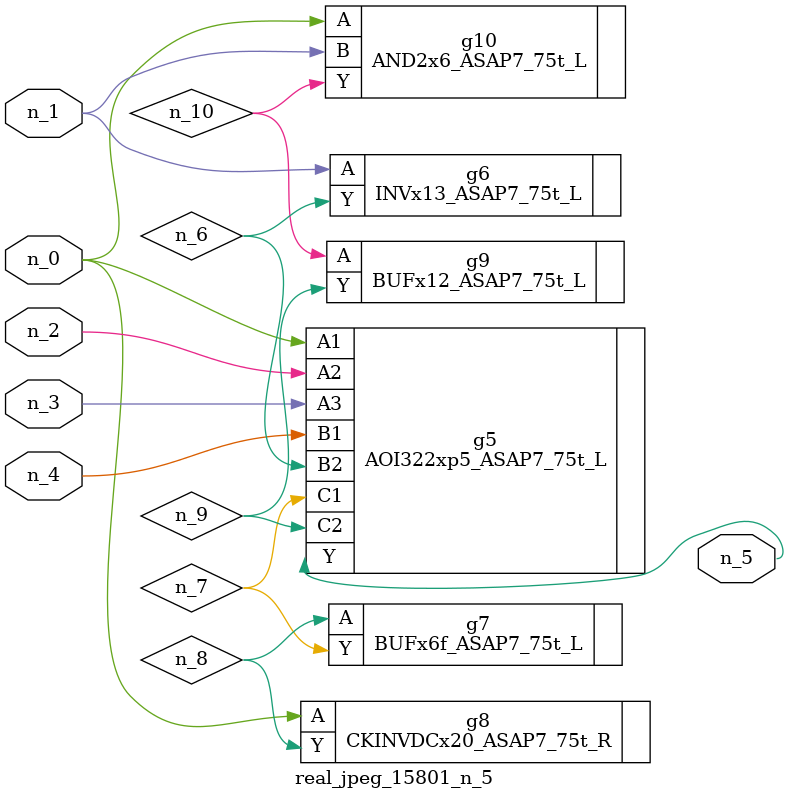
<source format=v>
module real_jpeg_15801_n_5 (n_4, n_0, n_1, n_2, n_3, n_5);

input n_4;
input n_0;
input n_1;
input n_2;
input n_3;

output n_5;

wire n_8;
wire n_6;
wire n_7;
wire n_10;
wire n_9;

AOI322xp5_ASAP7_75t_L g5 ( 
.A1(n_0),
.A2(n_2),
.A3(n_3),
.B1(n_4),
.B2(n_6),
.C1(n_7),
.C2(n_9),
.Y(n_5)
);

CKINVDCx20_ASAP7_75t_R g8 ( 
.A(n_0),
.Y(n_8)
);

AND2x6_ASAP7_75t_L g10 ( 
.A(n_0),
.B(n_1),
.Y(n_10)
);

INVx13_ASAP7_75t_L g6 ( 
.A(n_1),
.Y(n_6)
);

BUFx6f_ASAP7_75t_L g7 ( 
.A(n_8),
.Y(n_7)
);

BUFx12_ASAP7_75t_L g9 ( 
.A(n_10),
.Y(n_9)
);


endmodule
</source>
